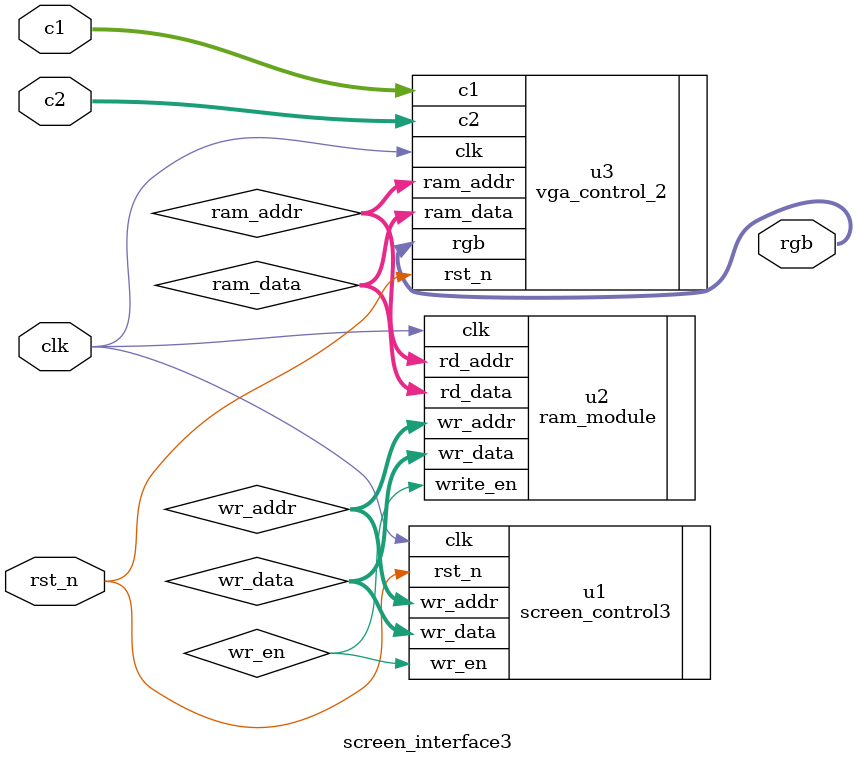
<source format=v>
module screen_interface3
(
    input clk,
    input rst_n,
    input [10:0] c1,
    input [10:0] c2,
    output [2:0]rgb
);

    wire wr_en;
    wire [10:0] wr_addr;
    wire [7:0]  wr_data;

    screen_control3 u1
    (
        .clk(clk),
        .rst_n(rst_n),
        .wr_en(wr_en),
        .wr_addr(wr_addr),
        .wr_data(wr_data)
    );
    
    wire [10:0] ram_addr;
    wire [7:0]  ram_data;
    
    ram_module u2
    (
        .clk(clk),
        // .rst_n(rst_n),
        .write_en(wr_en),
        .wr_addr(wr_addr),
        .wr_data(wr_data),
        .rd_addr(ram_addr),
        .rd_data(ram_data)
    );


    vga_control_2 u3
    (
        .clk(clk),
        .rst_n(rst_n),
        .c1(c1),
        .c2(c2),
        .rgb(rgb),
        .ram_addr(ram_addr),
        .ram_data(ram_data)
    );
    
endmodule


</source>
